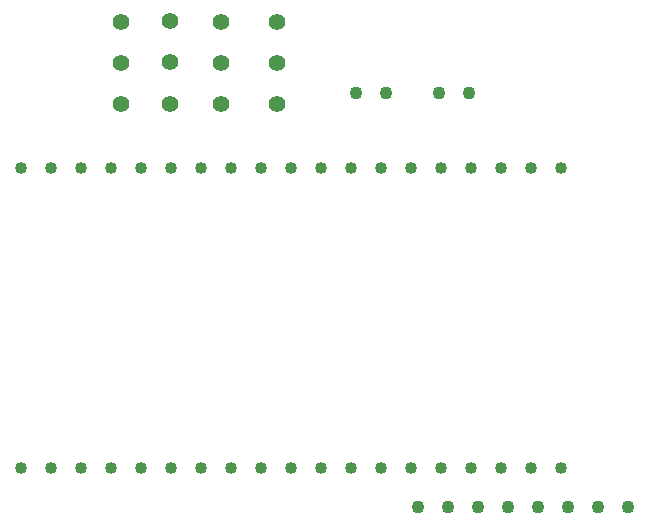
<source format=gbr>
%TF.GenerationSoftware,Altium Limited,Altium Designer,23.4.1 (23)*%
G04 Layer_Color=0*
%FSLAX45Y45*%
%MOMM*%
%TF.SameCoordinates,4612104F-FF11-4B61-8F75-198C561852D9*%
%TF.FilePolarity,Positive*%
%TF.FileFunction,Plated,1,2,PTH,Drill*%
%TF.Part,Single*%
G01*
G75*
%TA.AperFunction,ComponentDrill*%
%ADD18C,1.40000*%
%ADD19C,1.02000*%
%ADD20C,1.10000*%
D18*
X4851400Y6941300D02*
D03*
Y6591300D02*
D03*
Y6241300D02*
D03*
X4419600Y6946900D02*
D03*
Y6596900D02*
D03*
Y6246900D02*
D03*
X4000500Y6941300D02*
D03*
Y6591300D02*
D03*
Y6241300D02*
D03*
X5321300Y6941300D02*
D03*
Y6591300D02*
D03*
Y6241300D02*
D03*
D19*
X7733300Y5702300D02*
D03*
X7479300D02*
D03*
X7225300D02*
D03*
X6971300D02*
D03*
X6717300D02*
D03*
X6463300D02*
D03*
X6209300D02*
D03*
X5955300D02*
D03*
X5701300D02*
D03*
X5447300D02*
D03*
X5193300D02*
D03*
X4939300D02*
D03*
X4685300D02*
D03*
X4431300D02*
D03*
X4177300D02*
D03*
X3923300D02*
D03*
X3669300D02*
D03*
X3415300D02*
D03*
X3161300D02*
D03*
Y3162300D02*
D03*
X3415300D02*
D03*
X3669300D02*
D03*
X3923300D02*
D03*
X4177300D02*
D03*
X4431300D02*
D03*
X4685300D02*
D03*
X4939300D02*
D03*
X5193300D02*
D03*
X5447300D02*
D03*
X5701300D02*
D03*
X5955300D02*
D03*
X6209300D02*
D03*
X6463300D02*
D03*
X6717300D02*
D03*
X6971300D02*
D03*
X7225300D02*
D03*
X7479300D02*
D03*
X7733300D02*
D03*
D20*
X5994400Y6337300D02*
D03*
X6248400D02*
D03*
X8293100Y2832100D02*
D03*
X8039100D02*
D03*
X7531100D02*
D03*
X7023100D02*
D03*
X6515100D02*
D03*
X6769100D02*
D03*
X7277100D02*
D03*
X7785100D02*
D03*
X6692900Y6337300D02*
D03*
X6946900D02*
D03*
%TF.MD5,aa44f7a747298c04efb1135991b83d54*%
M02*

</source>
